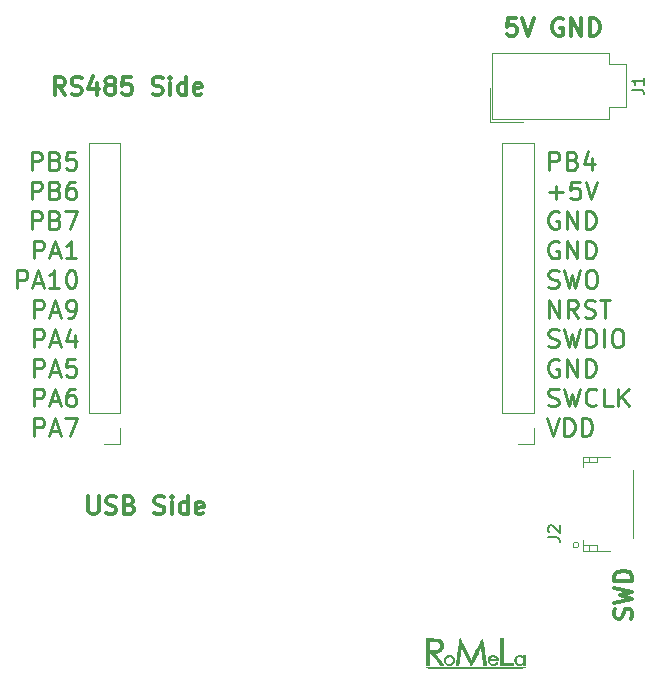
<source format=gbr>
G04 #@! TF.FileFunction,Legend,Top*
%FSLAX46Y46*%
G04 Gerber Fmt 4.6, Leading zero omitted, Abs format (unit mm)*
G04 Created by KiCad (PCBNEW 4.0.7) date 09/25/17 13:32:06*
%MOMM*%
%LPD*%
G01*
G04 APERTURE LIST*
%ADD10C,0.100000*%
%ADD11C,0.300000*%
%ADD12C,0.254000*%
%ADD13C,0.120000*%
%ADD14C,0.010000*%
%ADD15C,0.150000*%
G04 APERTURE END LIST*
D10*
D11*
X167107143Y-103535714D02*
X167178571Y-103321428D01*
X167178571Y-102964285D01*
X167107143Y-102821428D01*
X167035714Y-102749999D01*
X166892857Y-102678571D01*
X166750000Y-102678571D01*
X166607143Y-102749999D01*
X166535714Y-102821428D01*
X166464286Y-102964285D01*
X166392857Y-103249999D01*
X166321429Y-103392857D01*
X166250000Y-103464285D01*
X166107143Y-103535714D01*
X165964286Y-103535714D01*
X165821429Y-103464285D01*
X165750000Y-103392857D01*
X165678571Y-103249999D01*
X165678571Y-102892857D01*
X165750000Y-102678571D01*
X165678571Y-102178571D02*
X167178571Y-101821428D01*
X166107143Y-101535714D01*
X167178571Y-101250000D01*
X165678571Y-100892857D01*
X167178571Y-100321428D02*
X165678571Y-100321428D01*
X165678571Y-99964285D01*
X165750000Y-99750000D01*
X165892857Y-99607142D01*
X166035714Y-99535714D01*
X166321429Y-99464285D01*
X166535714Y-99464285D01*
X166821429Y-99535714D01*
X166964286Y-99607142D01*
X167107143Y-99750000D01*
X167178571Y-99964285D01*
X167178571Y-100321428D01*
X157357144Y-52678571D02*
X156642858Y-52678571D01*
X156571429Y-53392857D01*
X156642858Y-53321429D01*
X156785715Y-53250000D01*
X157142858Y-53250000D01*
X157285715Y-53321429D01*
X157357144Y-53392857D01*
X157428572Y-53535714D01*
X157428572Y-53892857D01*
X157357144Y-54035714D01*
X157285715Y-54107143D01*
X157142858Y-54178571D01*
X156785715Y-54178571D01*
X156642858Y-54107143D01*
X156571429Y-54035714D01*
X157857143Y-52678571D02*
X158357143Y-54178571D01*
X158857143Y-52678571D01*
X161285714Y-52750000D02*
X161142857Y-52678571D01*
X160928571Y-52678571D01*
X160714286Y-52750000D01*
X160571428Y-52892857D01*
X160500000Y-53035714D01*
X160428571Y-53321429D01*
X160428571Y-53535714D01*
X160500000Y-53821429D01*
X160571428Y-53964286D01*
X160714286Y-54107143D01*
X160928571Y-54178571D01*
X161071428Y-54178571D01*
X161285714Y-54107143D01*
X161357143Y-54035714D01*
X161357143Y-53535714D01*
X161071428Y-53535714D01*
X162000000Y-54178571D02*
X162000000Y-52678571D01*
X162857143Y-54178571D01*
X162857143Y-52678571D01*
X163571429Y-54178571D02*
X163571429Y-52678571D01*
X163928572Y-52678571D01*
X164142857Y-52750000D01*
X164285715Y-52892857D01*
X164357143Y-53035714D01*
X164428572Y-53321429D01*
X164428572Y-53535714D01*
X164357143Y-53821429D01*
X164285715Y-53964286D01*
X164142857Y-54107143D01*
X163928572Y-54178571D01*
X163571429Y-54178571D01*
X119142859Y-59178571D02*
X118642859Y-58464286D01*
X118285716Y-59178571D02*
X118285716Y-57678571D01*
X118857144Y-57678571D01*
X119000002Y-57750000D01*
X119071430Y-57821429D01*
X119142859Y-57964286D01*
X119142859Y-58178571D01*
X119071430Y-58321429D01*
X119000002Y-58392857D01*
X118857144Y-58464286D01*
X118285716Y-58464286D01*
X119714287Y-59107143D02*
X119928573Y-59178571D01*
X120285716Y-59178571D01*
X120428573Y-59107143D01*
X120500002Y-59035714D01*
X120571430Y-58892857D01*
X120571430Y-58750000D01*
X120500002Y-58607143D01*
X120428573Y-58535714D01*
X120285716Y-58464286D01*
X120000002Y-58392857D01*
X119857144Y-58321429D01*
X119785716Y-58250000D01*
X119714287Y-58107143D01*
X119714287Y-57964286D01*
X119785716Y-57821429D01*
X119857144Y-57750000D01*
X120000002Y-57678571D01*
X120357144Y-57678571D01*
X120571430Y-57750000D01*
X121857144Y-58178571D02*
X121857144Y-59178571D01*
X121500001Y-57607143D02*
X121142858Y-58678571D01*
X122071430Y-58678571D01*
X122857144Y-58321429D02*
X122714286Y-58250000D01*
X122642858Y-58178571D01*
X122571429Y-58035714D01*
X122571429Y-57964286D01*
X122642858Y-57821429D01*
X122714286Y-57750000D01*
X122857144Y-57678571D01*
X123142858Y-57678571D01*
X123285715Y-57750000D01*
X123357144Y-57821429D01*
X123428572Y-57964286D01*
X123428572Y-58035714D01*
X123357144Y-58178571D01*
X123285715Y-58250000D01*
X123142858Y-58321429D01*
X122857144Y-58321429D01*
X122714286Y-58392857D01*
X122642858Y-58464286D01*
X122571429Y-58607143D01*
X122571429Y-58892857D01*
X122642858Y-59035714D01*
X122714286Y-59107143D01*
X122857144Y-59178571D01*
X123142858Y-59178571D01*
X123285715Y-59107143D01*
X123357144Y-59035714D01*
X123428572Y-58892857D01*
X123428572Y-58607143D01*
X123357144Y-58464286D01*
X123285715Y-58392857D01*
X123142858Y-58321429D01*
X124785715Y-57678571D02*
X124071429Y-57678571D01*
X124000000Y-58392857D01*
X124071429Y-58321429D01*
X124214286Y-58250000D01*
X124571429Y-58250000D01*
X124714286Y-58321429D01*
X124785715Y-58392857D01*
X124857143Y-58535714D01*
X124857143Y-58892857D01*
X124785715Y-59035714D01*
X124714286Y-59107143D01*
X124571429Y-59178571D01*
X124214286Y-59178571D01*
X124071429Y-59107143D01*
X124000000Y-59035714D01*
X126571428Y-59107143D02*
X126785714Y-59178571D01*
X127142857Y-59178571D01*
X127285714Y-59107143D01*
X127357143Y-59035714D01*
X127428571Y-58892857D01*
X127428571Y-58750000D01*
X127357143Y-58607143D01*
X127285714Y-58535714D01*
X127142857Y-58464286D01*
X126857143Y-58392857D01*
X126714285Y-58321429D01*
X126642857Y-58250000D01*
X126571428Y-58107143D01*
X126571428Y-57964286D01*
X126642857Y-57821429D01*
X126714285Y-57750000D01*
X126857143Y-57678571D01*
X127214285Y-57678571D01*
X127428571Y-57750000D01*
X128071428Y-59178571D02*
X128071428Y-58178571D01*
X128071428Y-57678571D02*
X127999999Y-57750000D01*
X128071428Y-57821429D01*
X128142856Y-57750000D01*
X128071428Y-57678571D01*
X128071428Y-57821429D01*
X129428571Y-59178571D02*
X129428571Y-57678571D01*
X129428571Y-59107143D02*
X129285714Y-59178571D01*
X129000000Y-59178571D01*
X128857142Y-59107143D01*
X128785714Y-59035714D01*
X128714285Y-58892857D01*
X128714285Y-58464286D01*
X128785714Y-58321429D01*
X128857142Y-58250000D01*
X129000000Y-58178571D01*
X129285714Y-58178571D01*
X129428571Y-58250000D01*
X130714285Y-59107143D02*
X130571428Y-59178571D01*
X130285714Y-59178571D01*
X130142857Y-59107143D01*
X130071428Y-58964286D01*
X130071428Y-58392857D01*
X130142857Y-58250000D01*
X130285714Y-58178571D01*
X130571428Y-58178571D01*
X130714285Y-58250000D01*
X130785714Y-58392857D01*
X130785714Y-58535714D01*
X130071428Y-58678571D01*
X121142858Y-93178571D02*
X121142858Y-94392857D01*
X121214286Y-94535714D01*
X121285715Y-94607143D01*
X121428572Y-94678571D01*
X121714286Y-94678571D01*
X121857144Y-94607143D01*
X121928572Y-94535714D01*
X122000001Y-94392857D01*
X122000001Y-93178571D01*
X122642858Y-94607143D02*
X122857144Y-94678571D01*
X123214287Y-94678571D01*
X123357144Y-94607143D01*
X123428573Y-94535714D01*
X123500001Y-94392857D01*
X123500001Y-94250000D01*
X123428573Y-94107143D01*
X123357144Y-94035714D01*
X123214287Y-93964286D01*
X122928573Y-93892857D01*
X122785715Y-93821429D01*
X122714287Y-93750000D01*
X122642858Y-93607143D01*
X122642858Y-93464286D01*
X122714287Y-93321429D01*
X122785715Y-93250000D01*
X122928573Y-93178571D01*
X123285715Y-93178571D01*
X123500001Y-93250000D01*
X124642858Y-93892857D02*
X124857144Y-93964286D01*
X124928572Y-94035714D01*
X125000001Y-94178571D01*
X125000001Y-94392857D01*
X124928572Y-94535714D01*
X124857144Y-94607143D01*
X124714286Y-94678571D01*
X124142858Y-94678571D01*
X124142858Y-93178571D01*
X124642858Y-93178571D01*
X124785715Y-93250000D01*
X124857144Y-93321429D01*
X124928572Y-93464286D01*
X124928572Y-93607143D01*
X124857144Y-93750000D01*
X124785715Y-93821429D01*
X124642858Y-93892857D01*
X124142858Y-93892857D01*
X126714286Y-94607143D02*
X126928572Y-94678571D01*
X127285715Y-94678571D01*
X127428572Y-94607143D01*
X127500001Y-94535714D01*
X127571429Y-94392857D01*
X127571429Y-94250000D01*
X127500001Y-94107143D01*
X127428572Y-94035714D01*
X127285715Y-93964286D01*
X127000001Y-93892857D01*
X126857143Y-93821429D01*
X126785715Y-93750000D01*
X126714286Y-93607143D01*
X126714286Y-93464286D01*
X126785715Y-93321429D01*
X126857143Y-93250000D01*
X127000001Y-93178571D01*
X127357143Y-93178571D01*
X127571429Y-93250000D01*
X128214286Y-94678571D02*
X128214286Y-93678571D01*
X128214286Y-93178571D02*
X128142857Y-93250000D01*
X128214286Y-93321429D01*
X128285714Y-93250000D01*
X128214286Y-93178571D01*
X128214286Y-93321429D01*
X129571429Y-94678571D02*
X129571429Y-93178571D01*
X129571429Y-94607143D02*
X129428572Y-94678571D01*
X129142858Y-94678571D01*
X129000000Y-94607143D01*
X128928572Y-94535714D01*
X128857143Y-94392857D01*
X128857143Y-93964286D01*
X128928572Y-93821429D01*
X129000000Y-93750000D01*
X129142858Y-93678571D01*
X129428572Y-93678571D01*
X129571429Y-93750000D01*
X130857143Y-94607143D02*
X130714286Y-94678571D01*
X130428572Y-94678571D01*
X130285715Y-94607143D01*
X130214286Y-94464286D01*
X130214286Y-93892857D01*
X130285715Y-93750000D01*
X130428572Y-93678571D01*
X130714286Y-93678571D01*
X130857143Y-93750000D01*
X130928572Y-93892857D01*
X130928572Y-94035714D01*
X130214286Y-94178571D01*
D12*
X116328572Y-65510571D02*
X116328572Y-64010571D01*
X116900000Y-64010571D01*
X117042858Y-64082000D01*
X117114286Y-64153429D01*
X117185715Y-64296286D01*
X117185715Y-64510571D01*
X117114286Y-64653429D01*
X117042858Y-64724857D01*
X116900000Y-64796286D01*
X116328572Y-64796286D01*
X118328572Y-64724857D02*
X118542858Y-64796286D01*
X118614286Y-64867714D01*
X118685715Y-65010571D01*
X118685715Y-65224857D01*
X118614286Y-65367714D01*
X118542858Y-65439143D01*
X118400000Y-65510571D01*
X117828572Y-65510571D01*
X117828572Y-64010571D01*
X118328572Y-64010571D01*
X118471429Y-64082000D01*
X118542858Y-64153429D01*
X118614286Y-64296286D01*
X118614286Y-64439143D01*
X118542858Y-64582000D01*
X118471429Y-64653429D01*
X118328572Y-64724857D01*
X117828572Y-64724857D01*
X120042858Y-64010571D02*
X119328572Y-64010571D01*
X119257143Y-64724857D01*
X119328572Y-64653429D01*
X119471429Y-64582000D01*
X119828572Y-64582000D01*
X119971429Y-64653429D01*
X120042858Y-64724857D01*
X120114286Y-64867714D01*
X120114286Y-65224857D01*
X120042858Y-65367714D01*
X119971429Y-65439143D01*
X119828572Y-65510571D01*
X119471429Y-65510571D01*
X119328572Y-65439143D01*
X119257143Y-65367714D01*
X116328572Y-68014571D02*
X116328572Y-66514571D01*
X116900000Y-66514571D01*
X117042858Y-66586000D01*
X117114286Y-66657429D01*
X117185715Y-66800286D01*
X117185715Y-67014571D01*
X117114286Y-67157429D01*
X117042858Y-67228857D01*
X116900000Y-67300286D01*
X116328572Y-67300286D01*
X118328572Y-67228857D02*
X118542858Y-67300286D01*
X118614286Y-67371714D01*
X118685715Y-67514571D01*
X118685715Y-67728857D01*
X118614286Y-67871714D01*
X118542858Y-67943143D01*
X118400000Y-68014571D01*
X117828572Y-68014571D01*
X117828572Y-66514571D01*
X118328572Y-66514571D01*
X118471429Y-66586000D01*
X118542858Y-66657429D01*
X118614286Y-66800286D01*
X118614286Y-66943143D01*
X118542858Y-67086000D01*
X118471429Y-67157429D01*
X118328572Y-67228857D01*
X117828572Y-67228857D01*
X119971429Y-66514571D02*
X119685715Y-66514571D01*
X119542858Y-66586000D01*
X119471429Y-66657429D01*
X119328572Y-66871714D01*
X119257143Y-67157429D01*
X119257143Y-67728857D01*
X119328572Y-67871714D01*
X119400000Y-67943143D01*
X119542858Y-68014571D01*
X119828572Y-68014571D01*
X119971429Y-67943143D01*
X120042858Y-67871714D01*
X120114286Y-67728857D01*
X120114286Y-67371714D01*
X120042858Y-67228857D01*
X119971429Y-67157429D01*
X119828572Y-67086000D01*
X119542858Y-67086000D01*
X119400000Y-67157429D01*
X119328572Y-67228857D01*
X119257143Y-67371714D01*
X116328572Y-70518571D02*
X116328572Y-69018571D01*
X116900000Y-69018571D01*
X117042858Y-69090000D01*
X117114286Y-69161429D01*
X117185715Y-69304286D01*
X117185715Y-69518571D01*
X117114286Y-69661429D01*
X117042858Y-69732857D01*
X116900000Y-69804286D01*
X116328572Y-69804286D01*
X118328572Y-69732857D02*
X118542858Y-69804286D01*
X118614286Y-69875714D01*
X118685715Y-70018571D01*
X118685715Y-70232857D01*
X118614286Y-70375714D01*
X118542858Y-70447143D01*
X118400000Y-70518571D01*
X117828572Y-70518571D01*
X117828572Y-69018571D01*
X118328572Y-69018571D01*
X118471429Y-69090000D01*
X118542858Y-69161429D01*
X118614286Y-69304286D01*
X118614286Y-69447143D01*
X118542858Y-69590000D01*
X118471429Y-69661429D01*
X118328572Y-69732857D01*
X117828572Y-69732857D01*
X119185715Y-69018571D02*
X120185715Y-69018571D01*
X119542858Y-70518571D01*
X116542858Y-73022571D02*
X116542858Y-71522571D01*
X117114286Y-71522571D01*
X117257144Y-71594000D01*
X117328572Y-71665429D01*
X117400001Y-71808286D01*
X117400001Y-72022571D01*
X117328572Y-72165429D01*
X117257144Y-72236857D01*
X117114286Y-72308286D01*
X116542858Y-72308286D01*
X117971429Y-72594000D02*
X118685715Y-72594000D01*
X117828572Y-73022571D02*
X118328572Y-71522571D01*
X118828572Y-73022571D01*
X120114286Y-73022571D02*
X119257143Y-73022571D01*
X119685715Y-73022571D02*
X119685715Y-71522571D01*
X119542858Y-71736857D01*
X119400000Y-71879714D01*
X119257143Y-71951143D01*
X115114287Y-75526571D02*
X115114287Y-74026571D01*
X115685715Y-74026571D01*
X115828573Y-74098000D01*
X115900001Y-74169429D01*
X115971430Y-74312286D01*
X115971430Y-74526571D01*
X115900001Y-74669429D01*
X115828573Y-74740857D01*
X115685715Y-74812286D01*
X115114287Y-74812286D01*
X116542858Y-75098000D02*
X117257144Y-75098000D01*
X116400001Y-75526571D02*
X116900001Y-74026571D01*
X117400001Y-75526571D01*
X118685715Y-75526571D02*
X117828572Y-75526571D01*
X118257144Y-75526571D02*
X118257144Y-74026571D01*
X118114287Y-74240857D01*
X117971429Y-74383714D01*
X117828572Y-74455143D01*
X119614286Y-74026571D02*
X119757143Y-74026571D01*
X119900000Y-74098000D01*
X119971429Y-74169429D01*
X120042858Y-74312286D01*
X120114286Y-74598000D01*
X120114286Y-74955143D01*
X120042858Y-75240857D01*
X119971429Y-75383714D01*
X119900000Y-75455143D01*
X119757143Y-75526571D01*
X119614286Y-75526571D01*
X119471429Y-75455143D01*
X119400000Y-75383714D01*
X119328572Y-75240857D01*
X119257143Y-74955143D01*
X119257143Y-74598000D01*
X119328572Y-74312286D01*
X119400000Y-74169429D01*
X119471429Y-74098000D01*
X119614286Y-74026571D01*
X116542858Y-78030571D02*
X116542858Y-76530571D01*
X117114286Y-76530571D01*
X117257144Y-76602000D01*
X117328572Y-76673429D01*
X117400001Y-76816286D01*
X117400001Y-77030571D01*
X117328572Y-77173429D01*
X117257144Y-77244857D01*
X117114286Y-77316286D01*
X116542858Y-77316286D01*
X117971429Y-77602000D02*
X118685715Y-77602000D01*
X117828572Y-78030571D02*
X118328572Y-76530571D01*
X118828572Y-78030571D01*
X119400000Y-78030571D02*
X119685715Y-78030571D01*
X119828572Y-77959143D01*
X119900000Y-77887714D01*
X120042858Y-77673429D01*
X120114286Y-77387714D01*
X120114286Y-76816286D01*
X120042858Y-76673429D01*
X119971429Y-76602000D01*
X119828572Y-76530571D01*
X119542858Y-76530571D01*
X119400000Y-76602000D01*
X119328572Y-76673429D01*
X119257143Y-76816286D01*
X119257143Y-77173429D01*
X119328572Y-77316286D01*
X119400000Y-77387714D01*
X119542858Y-77459143D01*
X119828572Y-77459143D01*
X119971429Y-77387714D01*
X120042858Y-77316286D01*
X120114286Y-77173429D01*
X116542858Y-80534571D02*
X116542858Y-79034571D01*
X117114286Y-79034571D01*
X117257144Y-79106000D01*
X117328572Y-79177429D01*
X117400001Y-79320286D01*
X117400001Y-79534571D01*
X117328572Y-79677429D01*
X117257144Y-79748857D01*
X117114286Y-79820286D01*
X116542858Y-79820286D01*
X117971429Y-80106000D02*
X118685715Y-80106000D01*
X117828572Y-80534571D02*
X118328572Y-79034571D01*
X118828572Y-80534571D01*
X119971429Y-79534571D02*
X119971429Y-80534571D01*
X119614286Y-78963143D02*
X119257143Y-80034571D01*
X120185715Y-80034571D01*
X116542858Y-83038571D02*
X116542858Y-81538571D01*
X117114286Y-81538571D01*
X117257144Y-81610000D01*
X117328572Y-81681429D01*
X117400001Y-81824286D01*
X117400001Y-82038571D01*
X117328572Y-82181429D01*
X117257144Y-82252857D01*
X117114286Y-82324286D01*
X116542858Y-82324286D01*
X117971429Y-82610000D02*
X118685715Y-82610000D01*
X117828572Y-83038571D02*
X118328572Y-81538571D01*
X118828572Y-83038571D01*
X120042858Y-81538571D02*
X119328572Y-81538571D01*
X119257143Y-82252857D01*
X119328572Y-82181429D01*
X119471429Y-82110000D01*
X119828572Y-82110000D01*
X119971429Y-82181429D01*
X120042858Y-82252857D01*
X120114286Y-82395714D01*
X120114286Y-82752857D01*
X120042858Y-82895714D01*
X119971429Y-82967143D01*
X119828572Y-83038571D01*
X119471429Y-83038571D01*
X119328572Y-82967143D01*
X119257143Y-82895714D01*
X116542858Y-85542571D02*
X116542858Y-84042571D01*
X117114286Y-84042571D01*
X117257144Y-84114000D01*
X117328572Y-84185429D01*
X117400001Y-84328286D01*
X117400001Y-84542571D01*
X117328572Y-84685429D01*
X117257144Y-84756857D01*
X117114286Y-84828286D01*
X116542858Y-84828286D01*
X117971429Y-85114000D02*
X118685715Y-85114000D01*
X117828572Y-85542571D02*
X118328572Y-84042571D01*
X118828572Y-85542571D01*
X119971429Y-84042571D02*
X119685715Y-84042571D01*
X119542858Y-84114000D01*
X119471429Y-84185429D01*
X119328572Y-84399714D01*
X119257143Y-84685429D01*
X119257143Y-85256857D01*
X119328572Y-85399714D01*
X119400000Y-85471143D01*
X119542858Y-85542571D01*
X119828572Y-85542571D01*
X119971429Y-85471143D01*
X120042858Y-85399714D01*
X120114286Y-85256857D01*
X120114286Y-84899714D01*
X120042858Y-84756857D01*
X119971429Y-84685429D01*
X119828572Y-84614000D01*
X119542858Y-84614000D01*
X119400000Y-84685429D01*
X119328572Y-84756857D01*
X119257143Y-84899714D01*
X116542858Y-88046571D02*
X116542858Y-86546571D01*
X117114286Y-86546571D01*
X117257144Y-86618000D01*
X117328572Y-86689429D01*
X117400001Y-86832286D01*
X117400001Y-87046571D01*
X117328572Y-87189429D01*
X117257144Y-87260857D01*
X117114286Y-87332286D01*
X116542858Y-87332286D01*
X117971429Y-87618000D02*
X118685715Y-87618000D01*
X117828572Y-88046571D02*
X118328572Y-86546571D01*
X118828572Y-88046571D01*
X119185715Y-86546571D02*
X120185715Y-86546571D01*
X119542858Y-88046571D01*
X160157143Y-65510571D02*
X160157143Y-64010571D01*
X160728571Y-64010571D01*
X160871429Y-64082000D01*
X160942857Y-64153429D01*
X161014286Y-64296286D01*
X161014286Y-64510571D01*
X160942857Y-64653429D01*
X160871429Y-64724857D01*
X160728571Y-64796286D01*
X160157143Y-64796286D01*
X162157143Y-64724857D02*
X162371429Y-64796286D01*
X162442857Y-64867714D01*
X162514286Y-65010571D01*
X162514286Y-65224857D01*
X162442857Y-65367714D01*
X162371429Y-65439143D01*
X162228571Y-65510571D01*
X161657143Y-65510571D01*
X161657143Y-64010571D01*
X162157143Y-64010571D01*
X162300000Y-64082000D01*
X162371429Y-64153429D01*
X162442857Y-64296286D01*
X162442857Y-64439143D01*
X162371429Y-64582000D01*
X162300000Y-64653429D01*
X162157143Y-64724857D01*
X161657143Y-64724857D01*
X163800000Y-64510571D02*
X163800000Y-65510571D01*
X163442857Y-63939143D02*
X163085714Y-65010571D01*
X164014286Y-65010571D01*
X160157143Y-67443143D02*
X161300000Y-67443143D01*
X160728571Y-68014571D02*
X160728571Y-66871714D01*
X162728572Y-66514571D02*
X162014286Y-66514571D01*
X161942857Y-67228857D01*
X162014286Y-67157429D01*
X162157143Y-67086000D01*
X162514286Y-67086000D01*
X162657143Y-67157429D01*
X162728572Y-67228857D01*
X162800000Y-67371714D01*
X162800000Y-67728857D01*
X162728572Y-67871714D01*
X162657143Y-67943143D01*
X162514286Y-68014571D01*
X162157143Y-68014571D01*
X162014286Y-67943143D01*
X161942857Y-67871714D01*
X163228571Y-66514571D02*
X163728571Y-68014571D01*
X164228571Y-66514571D01*
X160942857Y-69090000D02*
X160800000Y-69018571D01*
X160585714Y-69018571D01*
X160371429Y-69090000D01*
X160228571Y-69232857D01*
X160157143Y-69375714D01*
X160085714Y-69661429D01*
X160085714Y-69875714D01*
X160157143Y-70161429D01*
X160228571Y-70304286D01*
X160371429Y-70447143D01*
X160585714Y-70518571D01*
X160728571Y-70518571D01*
X160942857Y-70447143D01*
X161014286Y-70375714D01*
X161014286Y-69875714D01*
X160728571Y-69875714D01*
X161657143Y-70518571D02*
X161657143Y-69018571D01*
X162514286Y-70518571D01*
X162514286Y-69018571D01*
X163228572Y-70518571D02*
X163228572Y-69018571D01*
X163585715Y-69018571D01*
X163800000Y-69090000D01*
X163942858Y-69232857D01*
X164014286Y-69375714D01*
X164085715Y-69661429D01*
X164085715Y-69875714D01*
X164014286Y-70161429D01*
X163942858Y-70304286D01*
X163800000Y-70447143D01*
X163585715Y-70518571D01*
X163228572Y-70518571D01*
X160942857Y-71594000D02*
X160800000Y-71522571D01*
X160585714Y-71522571D01*
X160371429Y-71594000D01*
X160228571Y-71736857D01*
X160157143Y-71879714D01*
X160085714Y-72165429D01*
X160085714Y-72379714D01*
X160157143Y-72665429D01*
X160228571Y-72808286D01*
X160371429Y-72951143D01*
X160585714Y-73022571D01*
X160728571Y-73022571D01*
X160942857Y-72951143D01*
X161014286Y-72879714D01*
X161014286Y-72379714D01*
X160728571Y-72379714D01*
X161657143Y-73022571D02*
X161657143Y-71522571D01*
X162514286Y-73022571D01*
X162514286Y-71522571D01*
X163228572Y-73022571D02*
X163228572Y-71522571D01*
X163585715Y-71522571D01*
X163800000Y-71594000D01*
X163942858Y-71736857D01*
X164014286Y-71879714D01*
X164085715Y-72165429D01*
X164085715Y-72379714D01*
X164014286Y-72665429D01*
X163942858Y-72808286D01*
X163800000Y-72951143D01*
X163585715Y-73022571D01*
X163228572Y-73022571D01*
X160085714Y-75455143D02*
X160300000Y-75526571D01*
X160657143Y-75526571D01*
X160800000Y-75455143D01*
X160871429Y-75383714D01*
X160942857Y-75240857D01*
X160942857Y-75098000D01*
X160871429Y-74955143D01*
X160800000Y-74883714D01*
X160657143Y-74812286D01*
X160371429Y-74740857D01*
X160228571Y-74669429D01*
X160157143Y-74598000D01*
X160085714Y-74455143D01*
X160085714Y-74312286D01*
X160157143Y-74169429D01*
X160228571Y-74098000D01*
X160371429Y-74026571D01*
X160728571Y-74026571D01*
X160942857Y-74098000D01*
X161442857Y-74026571D02*
X161800000Y-75526571D01*
X162085714Y-74455143D01*
X162371428Y-75526571D01*
X162728571Y-74026571D01*
X163585714Y-74026571D02*
X163871428Y-74026571D01*
X164014286Y-74098000D01*
X164157143Y-74240857D01*
X164228571Y-74526571D01*
X164228571Y-75026571D01*
X164157143Y-75312286D01*
X164014286Y-75455143D01*
X163871428Y-75526571D01*
X163585714Y-75526571D01*
X163442857Y-75455143D01*
X163300000Y-75312286D01*
X163228571Y-75026571D01*
X163228571Y-74526571D01*
X163300000Y-74240857D01*
X163442857Y-74098000D01*
X163585714Y-74026571D01*
X160157143Y-78030571D02*
X160157143Y-76530571D01*
X161014286Y-78030571D01*
X161014286Y-76530571D01*
X162585715Y-78030571D02*
X162085715Y-77316286D01*
X161728572Y-78030571D02*
X161728572Y-76530571D01*
X162300000Y-76530571D01*
X162442858Y-76602000D01*
X162514286Y-76673429D01*
X162585715Y-76816286D01*
X162585715Y-77030571D01*
X162514286Y-77173429D01*
X162442858Y-77244857D01*
X162300000Y-77316286D01*
X161728572Y-77316286D01*
X163157143Y-77959143D02*
X163371429Y-78030571D01*
X163728572Y-78030571D01*
X163871429Y-77959143D01*
X163942858Y-77887714D01*
X164014286Y-77744857D01*
X164014286Y-77602000D01*
X163942858Y-77459143D01*
X163871429Y-77387714D01*
X163728572Y-77316286D01*
X163442858Y-77244857D01*
X163300000Y-77173429D01*
X163228572Y-77102000D01*
X163157143Y-76959143D01*
X163157143Y-76816286D01*
X163228572Y-76673429D01*
X163300000Y-76602000D01*
X163442858Y-76530571D01*
X163800000Y-76530571D01*
X164014286Y-76602000D01*
X164442857Y-76530571D02*
X165300000Y-76530571D01*
X164871429Y-78030571D02*
X164871429Y-76530571D01*
X160085714Y-80463143D02*
X160300000Y-80534571D01*
X160657143Y-80534571D01*
X160800000Y-80463143D01*
X160871429Y-80391714D01*
X160942857Y-80248857D01*
X160942857Y-80106000D01*
X160871429Y-79963143D01*
X160800000Y-79891714D01*
X160657143Y-79820286D01*
X160371429Y-79748857D01*
X160228571Y-79677429D01*
X160157143Y-79606000D01*
X160085714Y-79463143D01*
X160085714Y-79320286D01*
X160157143Y-79177429D01*
X160228571Y-79106000D01*
X160371429Y-79034571D01*
X160728571Y-79034571D01*
X160942857Y-79106000D01*
X161442857Y-79034571D02*
X161800000Y-80534571D01*
X162085714Y-79463143D01*
X162371428Y-80534571D01*
X162728571Y-79034571D01*
X163300000Y-80534571D02*
X163300000Y-79034571D01*
X163657143Y-79034571D01*
X163871428Y-79106000D01*
X164014286Y-79248857D01*
X164085714Y-79391714D01*
X164157143Y-79677429D01*
X164157143Y-79891714D01*
X164085714Y-80177429D01*
X164014286Y-80320286D01*
X163871428Y-80463143D01*
X163657143Y-80534571D01*
X163300000Y-80534571D01*
X164800000Y-80534571D02*
X164800000Y-79034571D01*
X165800000Y-79034571D02*
X166085714Y-79034571D01*
X166228572Y-79106000D01*
X166371429Y-79248857D01*
X166442857Y-79534571D01*
X166442857Y-80034571D01*
X166371429Y-80320286D01*
X166228572Y-80463143D01*
X166085714Y-80534571D01*
X165800000Y-80534571D01*
X165657143Y-80463143D01*
X165514286Y-80320286D01*
X165442857Y-80034571D01*
X165442857Y-79534571D01*
X165514286Y-79248857D01*
X165657143Y-79106000D01*
X165800000Y-79034571D01*
X160942857Y-81610000D02*
X160800000Y-81538571D01*
X160585714Y-81538571D01*
X160371429Y-81610000D01*
X160228571Y-81752857D01*
X160157143Y-81895714D01*
X160085714Y-82181429D01*
X160085714Y-82395714D01*
X160157143Y-82681429D01*
X160228571Y-82824286D01*
X160371429Y-82967143D01*
X160585714Y-83038571D01*
X160728571Y-83038571D01*
X160942857Y-82967143D01*
X161014286Y-82895714D01*
X161014286Y-82395714D01*
X160728571Y-82395714D01*
X161657143Y-83038571D02*
X161657143Y-81538571D01*
X162514286Y-83038571D01*
X162514286Y-81538571D01*
X163228572Y-83038571D02*
X163228572Y-81538571D01*
X163585715Y-81538571D01*
X163800000Y-81610000D01*
X163942858Y-81752857D01*
X164014286Y-81895714D01*
X164085715Y-82181429D01*
X164085715Y-82395714D01*
X164014286Y-82681429D01*
X163942858Y-82824286D01*
X163800000Y-82967143D01*
X163585715Y-83038571D01*
X163228572Y-83038571D01*
X160085714Y-85471143D02*
X160300000Y-85542571D01*
X160657143Y-85542571D01*
X160800000Y-85471143D01*
X160871429Y-85399714D01*
X160942857Y-85256857D01*
X160942857Y-85114000D01*
X160871429Y-84971143D01*
X160800000Y-84899714D01*
X160657143Y-84828286D01*
X160371429Y-84756857D01*
X160228571Y-84685429D01*
X160157143Y-84614000D01*
X160085714Y-84471143D01*
X160085714Y-84328286D01*
X160157143Y-84185429D01*
X160228571Y-84114000D01*
X160371429Y-84042571D01*
X160728571Y-84042571D01*
X160942857Y-84114000D01*
X161442857Y-84042571D02*
X161800000Y-85542571D01*
X162085714Y-84471143D01*
X162371428Y-85542571D01*
X162728571Y-84042571D01*
X164157143Y-85399714D02*
X164085714Y-85471143D01*
X163871428Y-85542571D01*
X163728571Y-85542571D01*
X163514286Y-85471143D01*
X163371428Y-85328286D01*
X163300000Y-85185429D01*
X163228571Y-84899714D01*
X163228571Y-84685429D01*
X163300000Y-84399714D01*
X163371428Y-84256857D01*
X163514286Y-84114000D01*
X163728571Y-84042571D01*
X163871428Y-84042571D01*
X164085714Y-84114000D01*
X164157143Y-84185429D01*
X165514286Y-85542571D02*
X164800000Y-85542571D01*
X164800000Y-84042571D01*
X166014286Y-85542571D02*
X166014286Y-84042571D01*
X166871429Y-85542571D02*
X166228572Y-84685429D01*
X166871429Y-84042571D02*
X166014286Y-84899714D01*
X159942857Y-86546571D02*
X160442857Y-88046571D01*
X160942857Y-86546571D01*
X161442857Y-88046571D02*
X161442857Y-86546571D01*
X161800000Y-86546571D01*
X162014285Y-86618000D01*
X162157143Y-86760857D01*
X162228571Y-86903714D01*
X162300000Y-87189429D01*
X162300000Y-87403714D01*
X162228571Y-87689429D01*
X162157143Y-87832286D01*
X162014285Y-87975143D01*
X161800000Y-88046571D01*
X161442857Y-88046571D01*
X162942857Y-88046571D02*
X162942857Y-86546571D01*
X163300000Y-86546571D01*
X163514285Y-86618000D01*
X163657143Y-86760857D01*
X163728571Y-86903714D01*
X163800000Y-87189429D01*
X163800000Y-87403714D01*
X163728571Y-87689429D01*
X163657143Y-87832286D01*
X163514285Y-87975143D01*
X163300000Y-88046571D01*
X162942857Y-88046571D01*
D13*
X158830000Y-86140000D02*
X158830000Y-63220000D01*
X158830000Y-63220000D02*
X156170000Y-63220000D01*
X156170000Y-63220000D02*
X156170000Y-86140000D01*
X156170000Y-86140000D02*
X158830000Y-86140000D01*
X158830000Y-87410000D02*
X158830000Y-88740000D01*
X158830000Y-88740000D02*
X157500000Y-88740000D01*
X123830000Y-86140000D02*
X123830000Y-63220000D01*
X123830000Y-63220000D02*
X121170000Y-63220000D01*
X121170000Y-63220000D02*
X121170000Y-86140000D01*
X121170000Y-86140000D02*
X123830000Y-86140000D01*
X123830000Y-87410000D02*
X123830000Y-88740000D01*
X123830000Y-88740000D02*
X122500000Y-88740000D01*
X155350000Y-58400000D02*
X155350000Y-61200000D01*
X155350000Y-61200000D02*
X165250000Y-61200000D01*
X165250000Y-61200000D02*
X165250000Y-60200000D01*
X165250000Y-60200000D02*
X166650000Y-60200000D01*
X166650000Y-60200000D02*
X166650000Y-58400000D01*
X155350000Y-58400000D02*
X155350000Y-55600000D01*
X155350000Y-55600000D02*
X165250000Y-55600000D01*
X165250000Y-55600000D02*
X165250000Y-56600000D01*
X165250000Y-56600000D02*
X166650000Y-56600000D01*
X166650000Y-56600000D02*
X166650000Y-58400000D01*
X155100000Y-58600000D02*
X155100000Y-61450000D01*
X155100000Y-61450000D02*
X157950000Y-61450000D01*
X162662500Y-97300000D02*
G75*
G03X162662500Y-97300000I-250000J0D01*
G01*
X167237500Y-96700000D02*
X167237500Y-90900000D01*
X165337500Y-97800000D02*
X162987500Y-97800000D01*
X162987500Y-97800000D02*
X162987500Y-96900000D01*
X162987500Y-97300000D02*
X164187500Y-97300000D01*
X164187500Y-97300000D02*
X164187500Y-97300000D01*
X164187500Y-97300000D02*
X162987500Y-97300000D01*
X162987500Y-97300000D02*
X162987500Y-97300000D01*
X163487500Y-97300000D02*
X163487500Y-97300000D01*
X163487500Y-97300000D02*
X163487500Y-97800000D01*
X163487500Y-97800000D02*
X163487500Y-97800000D01*
X163487500Y-97800000D02*
X163487500Y-97300000D01*
X164187500Y-97300000D02*
X164187500Y-97300000D01*
X164187500Y-97300000D02*
X164187500Y-97800000D01*
X164187500Y-97800000D02*
X164187500Y-97800000D01*
X164187500Y-97800000D02*
X164187500Y-97300000D01*
X165337500Y-89800000D02*
X162987500Y-89800000D01*
X162987500Y-89800000D02*
X162987500Y-90700000D01*
X162987500Y-90300000D02*
X164187500Y-90300000D01*
X164187500Y-90300000D02*
X164187500Y-90300000D01*
X164187500Y-90300000D02*
X162987500Y-90300000D01*
X162987500Y-90300000D02*
X162987500Y-90300000D01*
X163487500Y-90300000D02*
X163487500Y-90300000D01*
X163487500Y-90300000D02*
X163487500Y-89800000D01*
X163487500Y-89800000D02*
X163487500Y-89800000D01*
X163487500Y-89800000D02*
X163487500Y-90300000D01*
X164187500Y-90300000D02*
X164187500Y-90300000D01*
X164187500Y-90300000D02*
X164187500Y-89800000D01*
X164187500Y-89800000D02*
X164187500Y-89800000D01*
X164187500Y-89800000D02*
X164187500Y-90300000D01*
D14*
G36*
X154403629Y-107589003D02*
X154856085Y-107589026D01*
X155269694Y-107589086D01*
X155646201Y-107589201D01*
X155987349Y-107589388D01*
X156294881Y-107589665D01*
X156570541Y-107590050D01*
X156816072Y-107590561D01*
X157033219Y-107591215D01*
X157223724Y-107592031D01*
X157389331Y-107593025D01*
X157531784Y-107594216D01*
X157652826Y-107595622D01*
X157754200Y-107597260D01*
X157837652Y-107599147D01*
X157904922Y-107601302D01*
X157957757Y-107603743D01*
X157997898Y-107606487D01*
X158027089Y-107609552D01*
X158047075Y-107612955D01*
X158059598Y-107616715D01*
X158066402Y-107620849D01*
X158069231Y-107625375D01*
X158069828Y-107630310D01*
X158069834Y-107631333D01*
X158069471Y-107636351D01*
X158067220Y-107640956D01*
X158061337Y-107645166D01*
X158050079Y-107648998D01*
X158031702Y-107652470D01*
X158004463Y-107655600D01*
X157966618Y-107658406D01*
X157916424Y-107660905D01*
X157852136Y-107663115D01*
X157772013Y-107665054D01*
X157674309Y-107666740D01*
X157557281Y-107668190D01*
X157419187Y-107669422D01*
X157258281Y-107670454D01*
X157072822Y-107671303D01*
X156861064Y-107671988D01*
X156621266Y-107672525D01*
X156351682Y-107672934D01*
X156050570Y-107673231D01*
X155716187Y-107673435D01*
X155346787Y-107673562D01*
X154940629Y-107673631D01*
X154495968Y-107673660D01*
X154011061Y-107673666D01*
X153910584Y-107673666D01*
X153417538Y-107673662D01*
X152965082Y-107673640D01*
X152551473Y-107673580D01*
X152174966Y-107673465D01*
X151833818Y-107673278D01*
X151526286Y-107673001D01*
X151250626Y-107672616D01*
X151005095Y-107672105D01*
X150787948Y-107671450D01*
X150597443Y-107670635D01*
X150431836Y-107669640D01*
X150289383Y-107668449D01*
X150168341Y-107667044D01*
X150066967Y-107665406D01*
X149983515Y-107663518D01*
X149916245Y-107661363D01*
X149863410Y-107658922D01*
X149823269Y-107656179D01*
X149794078Y-107653114D01*
X149774092Y-107649710D01*
X149761569Y-107645951D01*
X149754765Y-107641817D01*
X149751936Y-107637291D01*
X149751339Y-107632356D01*
X149751334Y-107631333D01*
X149751696Y-107626315D01*
X149753947Y-107621709D01*
X149759830Y-107617500D01*
X149771088Y-107613668D01*
X149789465Y-107610195D01*
X149816704Y-107607065D01*
X149854549Y-107604259D01*
X149904743Y-107601760D01*
X149969031Y-107599550D01*
X150049154Y-107597611D01*
X150146858Y-107595926D01*
X150263886Y-107594476D01*
X150401980Y-107593244D01*
X150562886Y-107592212D01*
X150748345Y-107591363D01*
X150960103Y-107590678D01*
X151199901Y-107590140D01*
X151469485Y-107589732D01*
X151770597Y-107589435D01*
X152104980Y-107589231D01*
X152474380Y-107589104D01*
X152880538Y-107589034D01*
X153325199Y-107589006D01*
X153810106Y-107589000D01*
X153910584Y-107589000D01*
X154403629Y-107589003D01*
X154403629Y-107589003D01*
G37*
X154403629Y-107589003D02*
X154856085Y-107589026D01*
X155269694Y-107589086D01*
X155646201Y-107589201D01*
X155987349Y-107589388D01*
X156294881Y-107589665D01*
X156570541Y-107590050D01*
X156816072Y-107590561D01*
X157033219Y-107591215D01*
X157223724Y-107592031D01*
X157389331Y-107593025D01*
X157531784Y-107594216D01*
X157652826Y-107595622D01*
X157754200Y-107597260D01*
X157837652Y-107599147D01*
X157904922Y-107601302D01*
X157957757Y-107603743D01*
X157997898Y-107606487D01*
X158027089Y-107609552D01*
X158047075Y-107612955D01*
X158059598Y-107616715D01*
X158066402Y-107620849D01*
X158069231Y-107625375D01*
X158069828Y-107630310D01*
X158069834Y-107631333D01*
X158069471Y-107636351D01*
X158067220Y-107640956D01*
X158061337Y-107645166D01*
X158050079Y-107648998D01*
X158031702Y-107652470D01*
X158004463Y-107655600D01*
X157966618Y-107658406D01*
X157916424Y-107660905D01*
X157852136Y-107663115D01*
X157772013Y-107665054D01*
X157674309Y-107666740D01*
X157557281Y-107668190D01*
X157419187Y-107669422D01*
X157258281Y-107670454D01*
X157072822Y-107671303D01*
X156861064Y-107671988D01*
X156621266Y-107672525D01*
X156351682Y-107672934D01*
X156050570Y-107673231D01*
X155716187Y-107673435D01*
X155346787Y-107673562D01*
X154940629Y-107673631D01*
X154495968Y-107673660D01*
X154011061Y-107673666D01*
X153910584Y-107673666D01*
X153417538Y-107673662D01*
X152965082Y-107673640D01*
X152551473Y-107673580D01*
X152174966Y-107673465D01*
X151833818Y-107673278D01*
X151526286Y-107673001D01*
X151250626Y-107672616D01*
X151005095Y-107672105D01*
X150787948Y-107671450D01*
X150597443Y-107670635D01*
X150431836Y-107669640D01*
X150289383Y-107668449D01*
X150168341Y-107667044D01*
X150066967Y-107665406D01*
X149983515Y-107663518D01*
X149916245Y-107661363D01*
X149863410Y-107658922D01*
X149823269Y-107656179D01*
X149794078Y-107653114D01*
X149774092Y-107649710D01*
X149761569Y-107645951D01*
X149754765Y-107641817D01*
X149751936Y-107637291D01*
X149751339Y-107632356D01*
X149751334Y-107631333D01*
X149751696Y-107626315D01*
X149753947Y-107621709D01*
X149759830Y-107617500D01*
X149771088Y-107613668D01*
X149789465Y-107610195D01*
X149816704Y-107607065D01*
X149854549Y-107604259D01*
X149904743Y-107601760D01*
X149969031Y-107599550D01*
X150049154Y-107597611D01*
X150146858Y-107595926D01*
X150263886Y-107594476D01*
X150401980Y-107593244D01*
X150562886Y-107592212D01*
X150748345Y-107591363D01*
X150960103Y-107590678D01*
X151199901Y-107590140D01*
X151469485Y-107589732D01*
X151770597Y-107589435D01*
X152104980Y-107589231D01*
X152474380Y-107589104D01*
X152880538Y-107589034D01*
X153325199Y-107589006D01*
X153810106Y-107589000D01*
X153910584Y-107589000D01*
X154403629Y-107589003D01*
G36*
X150222292Y-105202648D02*
X150400593Y-105207644D01*
X150542734Y-105214302D01*
X150654885Y-105223962D01*
X150743219Y-105237961D01*
X150813907Y-105257635D01*
X150873121Y-105284324D01*
X150927031Y-105319365D01*
X150981811Y-105364096D01*
X150986637Y-105368328D01*
X151084996Y-105475325D01*
X151146172Y-105593785D01*
X151173789Y-105731930D01*
X151176252Y-105798511D01*
X151158830Y-105961442D01*
X151108006Y-106101640D01*
X151024889Y-106216383D01*
X150993978Y-106245303D01*
X150910449Y-106306057D01*
X150815848Y-106351428D01*
X150699361Y-106385615D01*
X150570389Y-106409745D01*
X150405194Y-106435416D01*
X150790141Y-106932833D01*
X150888259Y-107059597D01*
X150978562Y-107176225D01*
X151057634Y-107278309D01*
X151122060Y-107361441D01*
X151168423Y-107421211D01*
X151193309Y-107453211D01*
X151196052Y-107456708D01*
X151198480Y-107471210D01*
X151173162Y-107479490D01*
X151114125Y-107482880D01*
X151077435Y-107483166D01*
X150937853Y-107483166D01*
X150529802Y-106954723D01*
X150415747Y-106807308D01*
X150324271Y-106690094D01*
X150252266Y-106599634D01*
X150196625Y-106532479D01*
X150154239Y-106485182D01*
X150122002Y-106454292D01*
X150096807Y-106436363D01*
X150075545Y-106427946D01*
X150055109Y-106425592D01*
X150052959Y-106425557D01*
X149984167Y-106424833D01*
X149984167Y-107483166D01*
X149751334Y-107483166D01*
X149751334Y-106192000D01*
X149984167Y-106192000D01*
X150285792Y-106191881D01*
X150401839Y-106190309D01*
X150509276Y-106186082D01*
X150597751Y-106179798D01*
X150656914Y-106172056D01*
X150666135Y-106169901D01*
X150778384Y-106118400D01*
X150865229Y-106036924D01*
X150921379Y-105932377D01*
X150941549Y-105811659D01*
X150941551Y-105810382D01*
X150922868Y-105684849D01*
X150868540Y-105578589D01*
X150781517Y-105496902D01*
X150748551Y-105476191D01*
X150716826Y-105461128D01*
X150678884Y-105450641D01*
X150627265Y-105443659D01*
X150554508Y-105439110D01*
X150453156Y-105435921D01*
X150340325Y-105433507D01*
X149984167Y-105426431D01*
X149984167Y-106192000D01*
X149751334Y-106192000D01*
X149751334Y-105191707D01*
X150222292Y-105202648D01*
X150222292Y-105202648D01*
G37*
X150222292Y-105202648D02*
X150400593Y-105207644D01*
X150542734Y-105214302D01*
X150654885Y-105223962D01*
X150743219Y-105237961D01*
X150813907Y-105257635D01*
X150873121Y-105284324D01*
X150927031Y-105319365D01*
X150981811Y-105364096D01*
X150986637Y-105368328D01*
X151084996Y-105475325D01*
X151146172Y-105593785D01*
X151173789Y-105731930D01*
X151176252Y-105798511D01*
X151158830Y-105961442D01*
X151108006Y-106101640D01*
X151024889Y-106216383D01*
X150993978Y-106245303D01*
X150910449Y-106306057D01*
X150815848Y-106351428D01*
X150699361Y-106385615D01*
X150570389Y-106409745D01*
X150405194Y-106435416D01*
X150790141Y-106932833D01*
X150888259Y-107059597D01*
X150978562Y-107176225D01*
X151057634Y-107278309D01*
X151122060Y-107361441D01*
X151168423Y-107421211D01*
X151193309Y-107453211D01*
X151196052Y-107456708D01*
X151198480Y-107471210D01*
X151173162Y-107479490D01*
X151114125Y-107482880D01*
X151077435Y-107483166D01*
X150937853Y-107483166D01*
X150529802Y-106954723D01*
X150415747Y-106807308D01*
X150324271Y-106690094D01*
X150252266Y-106599634D01*
X150196625Y-106532479D01*
X150154239Y-106485182D01*
X150122002Y-106454292D01*
X150096807Y-106436363D01*
X150075545Y-106427946D01*
X150055109Y-106425592D01*
X150052959Y-106425557D01*
X149984167Y-106424833D01*
X149984167Y-107483166D01*
X149751334Y-107483166D01*
X149751334Y-106192000D01*
X149984167Y-106192000D01*
X150285792Y-106191881D01*
X150401839Y-106190309D01*
X150509276Y-106186082D01*
X150597751Y-106179798D01*
X150656914Y-106172056D01*
X150666135Y-106169901D01*
X150778384Y-106118400D01*
X150865229Y-106036924D01*
X150921379Y-105932377D01*
X150941549Y-105811659D01*
X150941551Y-105810382D01*
X150922868Y-105684849D01*
X150868540Y-105578589D01*
X150781517Y-105496902D01*
X150748551Y-105476191D01*
X150716826Y-105461128D01*
X150678884Y-105450641D01*
X150627265Y-105443659D01*
X150554508Y-105439110D01*
X150453156Y-105435921D01*
X150340325Y-105433507D01*
X149984167Y-105426431D01*
X149984167Y-106192000D01*
X149751334Y-106192000D01*
X149751334Y-105191707D01*
X150222292Y-105202648D01*
G36*
X151667202Y-106598683D02*
X151692053Y-106600365D01*
X151801653Y-106617967D01*
X151887662Y-106650439D01*
X151895485Y-106655030D01*
X151992731Y-106737991D01*
X152058996Y-106842405D01*
X152093624Y-106960187D01*
X152095961Y-107083253D01*
X152065352Y-107203519D01*
X152001141Y-107312899D01*
X151952928Y-107363995D01*
X151839995Y-107440934D01*
X151718045Y-107476732D01*
X151589002Y-107470998D01*
X151521656Y-107452161D01*
X151413898Y-107392595D01*
X151321387Y-107299661D01*
X151271155Y-107220327D01*
X151245333Y-107156066D01*
X151235231Y-107085703D01*
X151235616Y-107068134D01*
X151340048Y-107068134D01*
X151366609Y-107170699D01*
X151422741Y-107261247D01*
X151505612Y-107329595D01*
X151517135Y-107335779D01*
X151617913Y-107367353D01*
X151723059Y-107367233D01*
X151817841Y-107336153D01*
X151843960Y-107319506D01*
X151931608Y-107232019D01*
X151982056Y-107131661D01*
X151995508Y-107025390D01*
X151972164Y-106920162D01*
X151912229Y-106822936D01*
X151827325Y-106748128D01*
X151730658Y-106706247D01*
X151628886Y-106702974D01*
X151529105Y-106736383D01*
X151438416Y-106804545D01*
X151386962Y-106867675D01*
X151345888Y-106963732D01*
X151340048Y-107068134D01*
X151235616Y-107068134D01*
X151237027Y-107003804D01*
X151264097Y-106867906D01*
X151326351Y-106755470D01*
X151423535Y-106666903D01*
X151465834Y-106641575D01*
X151530492Y-106611735D01*
X151590860Y-106598669D01*
X151667202Y-106598683D01*
X151667202Y-106598683D01*
G37*
X151667202Y-106598683D02*
X151692053Y-106600365D01*
X151801653Y-106617967D01*
X151887662Y-106650439D01*
X151895485Y-106655030D01*
X151992731Y-106737991D01*
X152058996Y-106842405D01*
X152093624Y-106960187D01*
X152095961Y-107083253D01*
X152065352Y-107203519D01*
X152001141Y-107312899D01*
X151952928Y-107363995D01*
X151839995Y-107440934D01*
X151718045Y-107476732D01*
X151589002Y-107470998D01*
X151521656Y-107452161D01*
X151413898Y-107392595D01*
X151321387Y-107299661D01*
X151271155Y-107220327D01*
X151245333Y-107156066D01*
X151235231Y-107085703D01*
X151235616Y-107068134D01*
X151340048Y-107068134D01*
X151366609Y-107170699D01*
X151422741Y-107261247D01*
X151505612Y-107329595D01*
X151517135Y-107335779D01*
X151617913Y-107367353D01*
X151723059Y-107367233D01*
X151817841Y-107336153D01*
X151843960Y-107319506D01*
X151931608Y-107232019D01*
X151982056Y-107131661D01*
X151995508Y-107025390D01*
X151972164Y-106920162D01*
X151912229Y-106822936D01*
X151827325Y-106748128D01*
X151730658Y-106706247D01*
X151628886Y-106702974D01*
X151529105Y-106736383D01*
X151438416Y-106804545D01*
X151386962Y-106867675D01*
X151345888Y-106963732D01*
X151340048Y-107068134D01*
X151235616Y-107068134D01*
X151237027Y-107003804D01*
X151264097Y-106867906D01*
X151326351Y-106755470D01*
X151423535Y-106666903D01*
X151465834Y-106641575D01*
X151530492Y-106611735D01*
X151590860Y-106598669D01*
X151667202Y-106598683D01*
G36*
X152597006Y-105215581D02*
X152626197Y-105268407D01*
X152670257Y-105352014D01*
X152727334Y-105462776D01*
X152795574Y-105597062D01*
X152873122Y-105751244D01*
X152958125Y-105921695D01*
X153048730Y-106104784D01*
X153063023Y-106133791D01*
X153524275Y-107070416D01*
X153987668Y-106129922D01*
X154087475Y-105928475D01*
X154178882Y-105746203D01*
X154260441Y-105585872D01*
X154330706Y-105450247D01*
X154388227Y-105342095D01*
X154431560Y-105264182D01*
X154459254Y-105219274D01*
X154469474Y-105209172D01*
X154475935Y-105233403D01*
X154487560Y-105295540D01*
X154503722Y-105391555D01*
X154523793Y-105517418D01*
X154547146Y-105669101D01*
X154573154Y-105842573D01*
X154601189Y-106033807D01*
X154630623Y-106238772D01*
X154638996Y-106297833D01*
X154668694Y-106507431D01*
X154696913Y-106705691D01*
X154723046Y-106888392D01*
X154746481Y-107051314D01*
X154766610Y-107190237D01*
X154782823Y-107300941D01*
X154794510Y-107379206D01*
X154801061Y-107420813D01*
X154801818Y-107424958D01*
X154806606Y-107459120D01*
X154796625Y-107476340D01*
X154762257Y-107482421D01*
X154705351Y-107483166D01*
X154632983Y-107478020D01*
X154593040Y-107463617D01*
X154588007Y-107456708D01*
X154583133Y-107430360D01*
X154573255Y-107366871D01*
X154559064Y-107271049D01*
X154541255Y-107147701D01*
X154520520Y-107001634D01*
X154497555Y-106837655D01*
X154473052Y-106660572D01*
X154471310Y-106647902D01*
X154446887Y-106471137D01*
X154424109Y-106308044D01*
X154403643Y-106163268D01*
X154386156Y-106041449D01*
X154372314Y-105947230D01*
X154362785Y-105885254D01*
X154358236Y-105860161D01*
X154358093Y-105859870D01*
X154347905Y-105877020D01*
X154321094Y-105928364D01*
X154279589Y-106010046D01*
X154225320Y-106118208D01*
X154160218Y-106248994D01*
X154086211Y-106398547D01*
X154005230Y-106563010D01*
X153953394Y-106668676D01*
X153853791Y-106870580D01*
X153764991Y-107047728D01*
X153688182Y-107197863D01*
X153624551Y-107318730D01*
X153575287Y-107408072D01*
X153541578Y-107463634D01*
X153524612Y-107483159D01*
X153524454Y-107483166D01*
X153507837Y-107464386D01*
X153474417Y-107409557D01*
X153425390Y-107320946D01*
X153361954Y-107200822D01*
X153285304Y-107051450D01*
X153196637Y-106875099D01*
X153097149Y-106674036D01*
X153093048Y-106665688D01*
X153008383Y-106493828D01*
X152929437Y-106334604D01*
X152858151Y-106191852D01*
X152796463Y-106069408D01*
X152746312Y-105971106D01*
X152709636Y-105900782D01*
X152688375Y-105862273D01*
X152683776Y-105856063D01*
X152679550Y-105877648D01*
X152670440Y-105935608D01*
X152657223Y-106024364D01*
X152640675Y-106138337D01*
X152621572Y-106271948D01*
X152600690Y-106419620D01*
X152578804Y-106575773D01*
X152556692Y-106734829D01*
X152535128Y-106891208D01*
X152514890Y-107039333D01*
X152496752Y-107173625D01*
X152481492Y-107288504D01*
X152469885Y-107378393D01*
X152462706Y-107437713D01*
X152460667Y-107459932D01*
X152441149Y-107474160D01*
X152388774Y-107482147D01*
X152354834Y-107483166D01*
X152291794Y-107481227D01*
X152260330Y-107472204D01*
X152249745Y-107451285D01*
X152248939Y-107435541D01*
X152251829Y-107406691D01*
X152260062Y-107340839D01*
X152272951Y-107242884D01*
X152289807Y-107117725D01*
X152309943Y-106970260D01*
X152332669Y-106805390D01*
X152357297Y-106628013D01*
X152383141Y-106443028D01*
X152409510Y-106255334D01*
X152435717Y-106069831D01*
X152461075Y-105891417D01*
X152484893Y-105724992D01*
X152506486Y-105575455D01*
X152525163Y-105447705D01*
X152540238Y-105346641D01*
X152551022Y-105277161D01*
X152556683Y-105244791D01*
X152571419Y-105207688D01*
X152584539Y-105197166D01*
X152597006Y-105215581D01*
X152597006Y-105215581D01*
G37*
X152597006Y-105215581D02*
X152626197Y-105268407D01*
X152670257Y-105352014D01*
X152727334Y-105462776D01*
X152795574Y-105597062D01*
X152873122Y-105751244D01*
X152958125Y-105921695D01*
X153048730Y-106104784D01*
X153063023Y-106133791D01*
X153524275Y-107070416D01*
X153987668Y-106129922D01*
X154087475Y-105928475D01*
X154178882Y-105746203D01*
X154260441Y-105585872D01*
X154330706Y-105450247D01*
X154388227Y-105342095D01*
X154431560Y-105264182D01*
X154459254Y-105219274D01*
X154469474Y-105209172D01*
X154475935Y-105233403D01*
X154487560Y-105295540D01*
X154503722Y-105391555D01*
X154523793Y-105517418D01*
X154547146Y-105669101D01*
X154573154Y-105842573D01*
X154601189Y-106033807D01*
X154630623Y-106238772D01*
X154638996Y-106297833D01*
X154668694Y-106507431D01*
X154696913Y-106705691D01*
X154723046Y-106888392D01*
X154746481Y-107051314D01*
X154766610Y-107190237D01*
X154782823Y-107300941D01*
X154794510Y-107379206D01*
X154801061Y-107420813D01*
X154801818Y-107424958D01*
X154806606Y-107459120D01*
X154796625Y-107476340D01*
X154762257Y-107482421D01*
X154705351Y-107483166D01*
X154632983Y-107478020D01*
X154593040Y-107463617D01*
X154588007Y-107456708D01*
X154583133Y-107430360D01*
X154573255Y-107366871D01*
X154559064Y-107271049D01*
X154541255Y-107147701D01*
X154520520Y-107001634D01*
X154497555Y-106837655D01*
X154473052Y-106660572D01*
X154471310Y-106647902D01*
X154446887Y-106471137D01*
X154424109Y-106308044D01*
X154403643Y-106163268D01*
X154386156Y-106041449D01*
X154372314Y-105947230D01*
X154362785Y-105885254D01*
X154358236Y-105860161D01*
X154358093Y-105859870D01*
X154347905Y-105877020D01*
X154321094Y-105928364D01*
X154279589Y-106010046D01*
X154225320Y-106118208D01*
X154160218Y-106248994D01*
X154086211Y-106398547D01*
X154005230Y-106563010D01*
X153953394Y-106668676D01*
X153853791Y-106870580D01*
X153764991Y-107047728D01*
X153688182Y-107197863D01*
X153624551Y-107318730D01*
X153575287Y-107408072D01*
X153541578Y-107463634D01*
X153524612Y-107483159D01*
X153524454Y-107483166D01*
X153507837Y-107464386D01*
X153474417Y-107409557D01*
X153425390Y-107320946D01*
X153361954Y-107200822D01*
X153285304Y-107051450D01*
X153196637Y-106875099D01*
X153097149Y-106674036D01*
X153093048Y-106665688D01*
X153008383Y-106493828D01*
X152929437Y-106334604D01*
X152858151Y-106191852D01*
X152796463Y-106069408D01*
X152746312Y-105971106D01*
X152709636Y-105900782D01*
X152688375Y-105862273D01*
X152683776Y-105856063D01*
X152679550Y-105877648D01*
X152670440Y-105935608D01*
X152657223Y-106024364D01*
X152640675Y-106138337D01*
X152621572Y-106271948D01*
X152600690Y-106419620D01*
X152578804Y-106575773D01*
X152556692Y-106734829D01*
X152535128Y-106891208D01*
X152514890Y-107039333D01*
X152496752Y-107173625D01*
X152481492Y-107288504D01*
X152469885Y-107378393D01*
X152462706Y-107437713D01*
X152460667Y-107459932D01*
X152441149Y-107474160D01*
X152388774Y-107482147D01*
X152354834Y-107483166D01*
X152291794Y-107481227D01*
X152260330Y-107472204D01*
X152249745Y-107451285D01*
X152248939Y-107435541D01*
X152251829Y-107406691D01*
X152260062Y-107340839D01*
X152272951Y-107242884D01*
X152289807Y-107117725D01*
X152309943Y-106970260D01*
X152332669Y-106805390D01*
X152357297Y-106628013D01*
X152383141Y-106443028D01*
X152409510Y-106255334D01*
X152435717Y-106069831D01*
X152461075Y-105891417D01*
X152484893Y-105724992D01*
X152506486Y-105575455D01*
X152525163Y-105447705D01*
X152540238Y-105346641D01*
X152551022Y-105277161D01*
X152556683Y-105244791D01*
X152571419Y-105207688D01*
X152584539Y-105197166D01*
X152597006Y-105215581D01*
G36*
X155476450Y-106607492D02*
X155595632Y-106654087D01*
X155693054Y-106734991D01*
X155764159Y-106847200D01*
X155780315Y-106888366D01*
X155798031Y-106940277D01*
X155807182Y-106978627D01*
X155802888Y-107005463D01*
X155780269Y-107022835D01*
X155734444Y-107032793D01*
X155660532Y-107037385D01*
X155553653Y-107038661D01*
X155422318Y-107038666D01*
X155039637Y-107038666D01*
X155054346Y-107107458D01*
X155096676Y-107219328D01*
X155165341Y-107303293D01*
X155253111Y-107357250D01*
X155352756Y-107379091D01*
X155457046Y-107366712D01*
X155558752Y-107318007D01*
X155615201Y-107270799D01*
X155675131Y-107221118D01*
X155723289Y-107200747D01*
X155754147Y-107210762D01*
X155762667Y-107242014D01*
X155745244Y-107284566D01*
X155699990Y-107336276D01*
X155637426Y-107388377D01*
X155568073Y-107432104D01*
X155502652Y-107458641D01*
X155407825Y-107477786D01*
X155331923Y-107479089D01*
X155255268Y-107462090D01*
X155225822Y-107452161D01*
X155111348Y-107390768D01*
X155024177Y-107301997D01*
X154966937Y-107192867D01*
X154942260Y-107070402D01*
X154952775Y-106941623D01*
X154956906Y-106930040D01*
X155064167Y-106930040D01*
X155080632Y-106940494D01*
X155131654Y-106947840D01*
X155219670Y-106952268D01*
X155347121Y-106953968D01*
X155371084Y-106954000D01*
X155498305Y-106953051D01*
X155587871Y-106949940D01*
X155644421Y-106944264D01*
X155672596Y-106935625D01*
X155677921Y-106927541D01*
X155661332Y-106873989D01*
X155619393Y-106813445D01*
X155563435Y-106760044D01*
X155523842Y-106735347D01*
X155416348Y-106704059D01*
X155308075Y-106706983D01*
X155209172Y-106741644D01*
X155129787Y-106805568D01*
X155106834Y-106837043D01*
X155078998Y-106887922D01*
X155064680Y-106925501D01*
X155064167Y-106930040D01*
X154956906Y-106930040D01*
X154992685Y-106829734D01*
X155066039Y-106719802D01*
X155160163Y-106645989D01*
X155278710Y-106605861D01*
X155340069Y-106598211D01*
X155476450Y-106607492D01*
X155476450Y-106607492D01*
G37*
X155476450Y-106607492D02*
X155595632Y-106654087D01*
X155693054Y-106734991D01*
X155764159Y-106847200D01*
X155780315Y-106888366D01*
X155798031Y-106940277D01*
X155807182Y-106978627D01*
X155802888Y-107005463D01*
X155780269Y-107022835D01*
X155734444Y-107032793D01*
X155660532Y-107037385D01*
X155553653Y-107038661D01*
X155422318Y-107038666D01*
X155039637Y-107038666D01*
X155054346Y-107107458D01*
X155096676Y-107219328D01*
X155165341Y-107303293D01*
X155253111Y-107357250D01*
X155352756Y-107379091D01*
X155457046Y-107366712D01*
X155558752Y-107318007D01*
X155615201Y-107270799D01*
X155675131Y-107221118D01*
X155723289Y-107200747D01*
X155754147Y-107210762D01*
X155762667Y-107242014D01*
X155745244Y-107284566D01*
X155699990Y-107336276D01*
X155637426Y-107388377D01*
X155568073Y-107432104D01*
X155502652Y-107458641D01*
X155407825Y-107477786D01*
X155331923Y-107479089D01*
X155255268Y-107462090D01*
X155225822Y-107452161D01*
X155111348Y-107390768D01*
X155024177Y-107301997D01*
X154966937Y-107192867D01*
X154942260Y-107070402D01*
X154952775Y-106941623D01*
X154956906Y-106930040D01*
X155064167Y-106930040D01*
X155080632Y-106940494D01*
X155131654Y-106947840D01*
X155219670Y-106952268D01*
X155347121Y-106953968D01*
X155371084Y-106954000D01*
X155498305Y-106953051D01*
X155587871Y-106949940D01*
X155644421Y-106944264D01*
X155672596Y-106935625D01*
X155677921Y-106927541D01*
X155661332Y-106873989D01*
X155619393Y-106813445D01*
X155563435Y-106760044D01*
X155523842Y-106735347D01*
X155416348Y-106704059D01*
X155308075Y-106706983D01*
X155209172Y-106741644D01*
X155129787Y-106805568D01*
X155106834Y-106837043D01*
X155078998Y-106887922D01*
X155064680Y-106925501D01*
X155064167Y-106930040D01*
X154956906Y-106930040D01*
X154992685Y-106829734D01*
X155066039Y-106719802D01*
X155160163Y-106645989D01*
X155278710Y-106605861D01*
X155340069Y-106598211D01*
X155476450Y-106607492D01*
G36*
X156207167Y-107250333D02*
X157075000Y-107250333D01*
X157075000Y-107483166D01*
X155974334Y-107483166D01*
X155974334Y-105197166D01*
X156207167Y-105197166D01*
X156207167Y-107250333D01*
X156207167Y-107250333D01*
G37*
X156207167Y-107250333D02*
X157075000Y-107250333D01*
X157075000Y-107483166D01*
X155974334Y-107483166D01*
X155974334Y-105197166D01*
X156207167Y-105197166D01*
X156207167Y-107250333D01*
G36*
X157769500Y-106621631D02*
X157872102Y-106680762D01*
X157896969Y-106702987D01*
X157964000Y-106768523D01*
X157964000Y-106691928D01*
X157967655Y-106640750D01*
X157984297Y-106619340D01*
X158016917Y-106615333D01*
X158069834Y-106615333D01*
X158069834Y-107462000D01*
X158016917Y-107462000D01*
X157981507Y-107456679D01*
X157966733Y-107432489D01*
X157964000Y-107385723D01*
X157964000Y-107309447D01*
X157890495Y-107373985D01*
X157780285Y-107445849D01*
X157661469Y-107476903D01*
X157537241Y-107466499D01*
X157495901Y-107453964D01*
X157371437Y-107390839D01*
X157281068Y-107302624D01*
X157224819Y-107189354D01*
X157202715Y-107051067D01*
X157202348Y-107026692D01*
X157203909Y-107008304D01*
X157312130Y-107008304D01*
X157320660Y-107124393D01*
X157362218Y-107223494D01*
X157430123Y-107301237D01*
X157517698Y-107353254D01*
X157618262Y-107375178D01*
X157725135Y-107362639D01*
X157803047Y-107329360D01*
X157889516Y-107256617D01*
X157944520Y-107158853D01*
X157963999Y-107043312D01*
X157964000Y-107042195D01*
X157946093Y-106920892D01*
X157894805Y-106822393D01*
X157813785Y-106750859D01*
X157706682Y-106710446D01*
X157667942Y-106704809D01*
X157548246Y-106711547D01*
X157448452Y-106754011D01*
X157372771Y-106828611D01*
X157325411Y-106931757D01*
X157312130Y-107008304D01*
X157203909Y-107008304D01*
X157211339Y-106920839D01*
X157240498Y-106835408D01*
X157250153Y-106817297D01*
X157327916Y-106717417D01*
X157426818Y-106646481D01*
X157538773Y-106605919D01*
X157655695Y-106597159D01*
X157769500Y-106621631D01*
X157769500Y-106621631D01*
G37*
X157769500Y-106621631D02*
X157872102Y-106680762D01*
X157896969Y-106702987D01*
X157964000Y-106768523D01*
X157964000Y-106691928D01*
X157967655Y-106640750D01*
X157984297Y-106619340D01*
X158016917Y-106615333D01*
X158069834Y-106615333D01*
X158069834Y-107462000D01*
X158016917Y-107462000D01*
X157981507Y-107456679D01*
X157966733Y-107432489D01*
X157964000Y-107385723D01*
X157964000Y-107309447D01*
X157890495Y-107373985D01*
X157780285Y-107445849D01*
X157661469Y-107476903D01*
X157537241Y-107466499D01*
X157495901Y-107453964D01*
X157371437Y-107390839D01*
X157281068Y-107302624D01*
X157224819Y-107189354D01*
X157202715Y-107051067D01*
X157202348Y-107026692D01*
X157203909Y-107008304D01*
X157312130Y-107008304D01*
X157320660Y-107124393D01*
X157362218Y-107223494D01*
X157430123Y-107301237D01*
X157517698Y-107353254D01*
X157618262Y-107375178D01*
X157725135Y-107362639D01*
X157803047Y-107329360D01*
X157889516Y-107256617D01*
X157944520Y-107158853D01*
X157963999Y-107043312D01*
X157964000Y-107042195D01*
X157946093Y-106920892D01*
X157894805Y-106822393D01*
X157813785Y-106750859D01*
X157706682Y-106710446D01*
X157667942Y-106704809D01*
X157548246Y-106711547D01*
X157448452Y-106754011D01*
X157372771Y-106828611D01*
X157325411Y-106931757D01*
X157312130Y-107008304D01*
X157203909Y-107008304D01*
X157211339Y-106920839D01*
X157240498Y-106835408D01*
X157250153Y-106817297D01*
X157327916Y-106717417D01*
X157426818Y-106646481D01*
X157538773Y-106605919D01*
X157655695Y-106597159D01*
X157769500Y-106621631D01*
D15*
X167152381Y-58733333D02*
X167866667Y-58733333D01*
X168009524Y-58780953D01*
X168104762Y-58876191D01*
X168152381Y-59019048D01*
X168152381Y-59114286D01*
X168152381Y-57733333D02*
X168152381Y-58304762D01*
X168152381Y-58019048D02*
X167152381Y-58019048D01*
X167295238Y-58114286D01*
X167390476Y-58209524D01*
X167438095Y-58304762D01*
X160052381Y-96633333D02*
X160766667Y-96633333D01*
X160909524Y-96680953D01*
X161004762Y-96776191D01*
X161052381Y-96919048D01*
X161052381Y-97014286D01*
X160147619Y-96204762D02*
X160100000Y-96157143D01*
X160052381Y-96061905D01*
X160052381Y-95823809D01*
X160100000Y-95728571D01*
X160147619Y-95680952D01*
X160242857Y-95633333D01*
X160338095Y-95633333D01*
X160480952Y-95680952D01*
X161052381Y-96252381D01*
X161052381Y-95633333D01*
M02*

</source>
